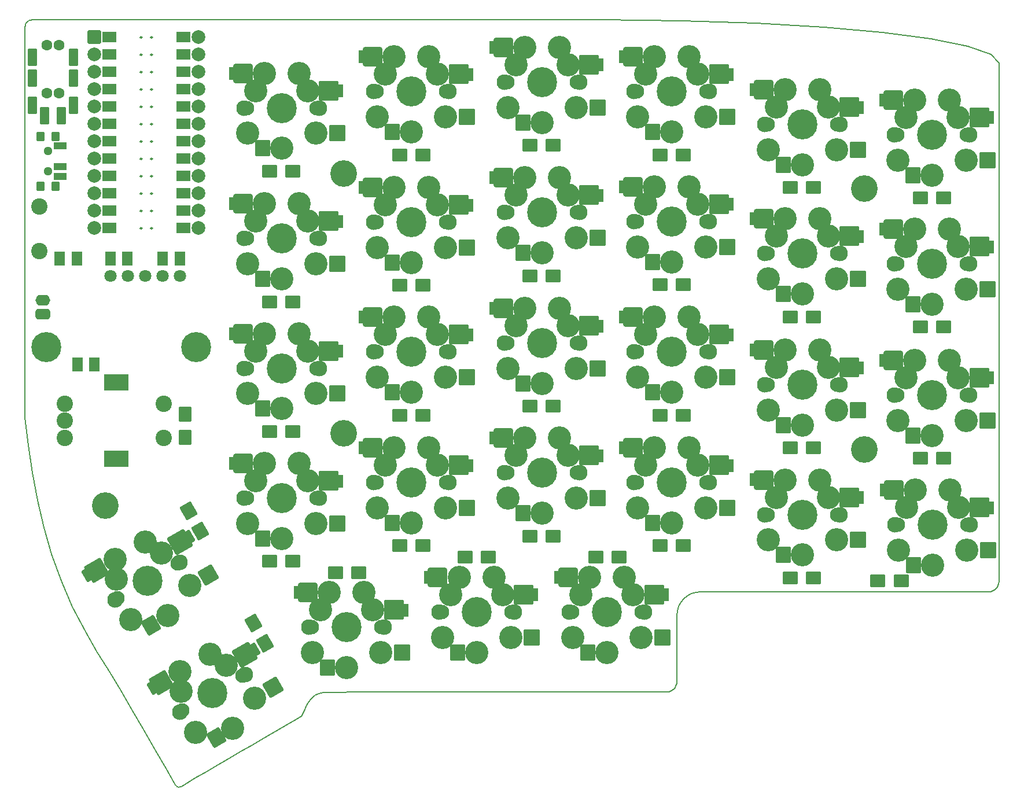
<source format=gts>
G04 #@! TF.GenerationSoftware,KiCad,Pcbnew,7.0.9*
G04 #@! TF.CreationDate,2023-12-23T03:50:24-05:00*
G04 #@! TF.ProjectId,Lily58_Pro,4c696c79-3538-45f5-9072-6f2e6b696361,rev?*
G04 #@! TF.SameCoordinates,Original*
G04 #@! TF.FileFunction,Soldermask,Top*
G04 #@! TF.FilePolarity,Negative*
%FSLAX46Y46*%
G04 Gerber Fmt 4.6, Leading zero omitted, Abs format (unit mm)*
G04 Created by KiCad (PCBNEW 7.0.9) date 2023-12-23 03:50:24*
%MOMM*%
%LPD*%
G01*
G04 APERTURE LIST*
G04 Aperture macros list*
%AMRoundRect*
0 Rectangle with rounded corners*
0 $1 Rounding radius*
0 $2 $3 $4 $5 $6 $7 $8 $9 X,Y pos of 4 corners*
0 Add a 4 corners polygon primitive as box body*
4,1,4,$2,$3,$4,$5,$6,$7,$8,$9,$2,$3,0*
0 Add four circle primitives for the rounded corners*
1,1,$1+$1,$2,$3*
1,1,$1+$1,$4,$5*
1,1,$1+$1,$6,$7*
1,1,$1+$1,$8,$9*
0 Add four rect primitives between the rounded corners*
20,1,$1+$1,$2,$3,$4,$5,0*
20,1,$1+$1,$4,$5,$6,$7,0*
20,1,$1+$1,$6,$7,$8,$9,0*
20,1,$1+$1,$8,$9,$2,$3,0*%
%AMFreePoly0*
4,1,22,0.686777,0.580194,0.756366,0.524698,0.794986,0.444504,0.800000,0.400000,0.800000,0.200000,0.780194,0.113223,0.741421,0.058579,0.141421,-0.541421,0.066056,-0.588777,-0.022393,-0.598742,-0.106406,-0.569345,-0.141421,-0.541421,-0.741421,0.058579,-0.788777,0.133944,-0.800000,0.200000,-0.800000,0.400000,-0.780194,0.486777,-0.724698,0.556366,-0.644504,0.594986,-0.600000,0.600000,
0.600000,0.600000,0.686777,0.580194,0.686777,0.580194,$1*%
%AMFreePoly1*
4,1,26,0.706406,1.169345,0.769345,1.106406,0.798742,1.022393,0.800000,1.000000,0.800000,-0.250000,0.780194,-0.336777,0.724698,-0.406366,0.644504,-0.444986,0.600000,-0.450000,-0.600000,-0.450000,-0.686777,-0.430194,-0.756366,-0.374698,-0.794986,-0.294504,-0.800000,-0.250000,-0.800000,1.000000,-0.780194,1.086777,-0.724698,1.156366,-0.644504,1.194986,-0.555496,1.194986,-0.475302,1.156366,
-0.458579,1.141421,0.000000,0.682842,0.458579,1.141421,0.533944,1.188777,0.622393,1.198742,0.706406,1.169345,0.706406,1.169345,$1*%
G04 Aperture macros list end*
%ADD10C,0.100000*%
%ADD11C,0.250000*%
%ADD12C,1.600000*%
%ADD13RoundRect,0.200000X-0.500000X-1.050000X0.500000X-1.050000X0.500000X1.050000X-0.500000X1.050000X0*%
%ADD14C,3.900000*%
%ADD15FreePoly0,180.000000*%
%ADD16FreePoly1,180.000000*%
%ADD17C,2.400000*%
%ADD18C,2.300000*%
%ADD19C,2.100000*%
%ADD20C,3.400000*%
%ADD21C,0.500000*%
%ADD22C,4.400000*%
%ADD23RoundRect,0.200000X-0.350000X-0.750000X0.350000X-0.750000X0.350000X0.750000X-0.350000X0.750000X0*%
%ADD24RoundRect,0.200000X1.200000X1.200000X-1.200000X1.200000X-1.200000X-1.200000X1.200000X-1.200000X0*%
%ADD25RoundRect,0.200000X1.000000X1.000000X-1.000000X1.000000X-1.000000X-1.000000X1.000000X-1.000000X0*%
%ADD26RoundRect,0.200000X0.900000X1.000000X-0.900000X1.000000X-0.900000X-1.000000X0.900000X-1.000000X0*%
%ADD27RoundRect,0.200000X-0.900000X-0.750000X0.900000X-0.750000X0.900000X0.750000X-0.900000X0.750000X0*%
%ADD28RoundRect,0.200000X1.250000X1.250000X-1.250000X1.250000X-1.250000X-1.250000X1.250000X-1.250000X0*%
%ADD29RoundRect,0.200000X0.071891X-0.824519X0.678109X-0.474519X-0.071891X0.824519X-0.678109X0.474519X0*%
%ADD30RoundRect,0.200000X0.439230X1.639230X-1.639230X0.439230X-0.439230X-1.639230X1.639230X-0.439230X0*%
%ADD31RoundRect,0.200000X0.366025X1.366025X-1.366025X0.366025X-0.366025X-1.366025X1.366025X-0.366025X0*%
%ADD32RoundRect,0.200000X0.279423X1.316025X-1.279423X0.416025X-0.279423X-1.316025X1.279423X-0.416025X0*%
%ADD33RoundRect,0.200000X0.457532X1.707532X-1.707532X0.457532X-0.457532X-1.707532X1.707532X-0.457532X0*%
%ADD34RoundRect,0.200000X-1.099519X0.404423X-0.199519X-1.154423X1.099519X-0.404423X0.199519X1.154423X0*%
%ADD35C,1.797000*%
%ADD36RoundRect,0.200000X-1.600000X-1.000000X1.600000X-1.000000X1.600000X1.000000X-1.600000X1.000000X0*%
%ADD37RoundRect,0.200000X-0.398780X0.497840X-0.398780X-0.497840X0.398780X-0.497840X0.398780X0.497840X0*%
%ADD38RoundRect,0.200000X-0.398780X0.499110X-0.398780X-0.499110X0.398780X-0.499110X0.398780X0.499110X0*%
%ADD39C,1.299160*%
%ADD40RoundRect,0.200000X-0.749300X0.349250X-0.749300X-0.349250X0.749300X-0.349250X0.749300X0.349250X0*%
%ADD41RoundRect,0.450000X0.625000X-0.350000X0.625000X0.350000X-0.625000X0.350000X-0.625000X-0.350000X0*%
%ADD42O,2.150000X1.600000*%
%ADD43C,2.000000*%
%ADD44RoundRect,0.200000X0.800000X-0.800000X0.800000X0.800000X-0.800000X0.800000X-0.800000X-0.800000X0*%
%ADD45FreePoly0,90.000000*%
%ADD46FreePoly0,270.000000*%
%ADD47FreePoly1,270.000000*%
%ADD48FreePoly1,90.000000*%
%ADD49RoundRect,0.200000X-0.750000X0.900000X-0.750000X-0.900000X0.750000X-0.900000X0.750000X0.900000X0*%
G04 #@! TA.AperFunction,Profile*
%ADD50C,0.200000*%
G04 #@! TD*
G04 #@! TA.AperFunction,Profile*
%ADD51C,0.150000*%
G04 #@! TD*
G04 APERTURE END LIST*
D10*
X103538000Y-72688380D02*
X102522000Y-72688380D01*
X102522000Y-71672380D01*
X103538000Y-71672380D01*
X103538000Y-72688380D01*
G36*
X103538000Y-72688380D02*
G01*
X102522000Y-72688380D01*
X102522000Y-71672380D01*
X103538000Y-71672380D01*
X103538000Y-72688380D01*
G37*
X98425000Y-72688380D02*
X97409000Y-72688380D01*
X97409000Y-71672380D01*
X98425000Y-71672380D01*
X98425000Y-72688380D01*
G36*
X98425000Y-72688380D02*
G01*
X97409000Y-72688380D01*
X97409000Y-71672380D01*
X98425000Y-71672380D01*
X98425000Y-72688380D01*
G37*
X95938000Y-72683449D02*
X94922000Y-72683449D01*
X94922000Y-71667449D01*
X95938000Y-71667449D01*
X95938000Y-72683449D01*
G36*
X95938000Y-72683449D02*
G01*
X94922000Y-72683449D01*
X94922000Y-71667449D01*
X95938000Y-71667449D01*
X95938000Y-72683449D01*
G37*
X106138000Y-72683449D02*
X105122000Y-72683449D01*
X105122000Y-71667449D01*
X106138000Y-71667449D01*
X106138000Y-72683449D01*
G36*
X106138000Y-72683449D02*
G01*
X105122000Y-72683449D01*
X105122000Y-71667449D01*
X106138000Y-71667449D01*
X106138000Y-72683449D01*
G37*
X88508000Y-72687000D02*
X87492000Y-72687000D01*
X87492000Y-71671000D01*
X88508000Y-71671000D01*
X88508000Y-72687000D01*
G36*
X88508000Y-72687000D02*
G01*
X87492000Y-72687000D01*
X87492000Y-71671000D01*
X88508000Y-71671000D01*
X88508000Y-72687000D01*
G37*
D11*
X100033295Y-39639730D02*
G75*
G03*
X100033295Y-39639730I-125000J0D01*
G01*
X100033295Y-42179730D02*
G75*
G03*
X100033295Y-42179730I-125000J0D01*
G01*
X100033295Y-44719730D02*
G75*
G03*
X100033295Y-44719730I-125000J0D01*
G01*
X100033295Y-47259730D02*
G75*
G03*
X100033295Y-47259730I-125000J0D01*
G01*
X100033295Y-49799730D02*
G75*
G03*
X100033295Y-49799730I-125000J0D01*
G01*
X100033295Y-52339730D02*
G75*
G03*
X100033295Y-52339730I-125000J0D01*
G01*
X100033295Y-54879730D02*
G75*
G03*
X100033295Y-54879730I-125000J0D01*
G01*
X100033295Y-57419730D02*
G75*
G03*
X100033295Y-57419730I-125000J0D01*
G01*
X100033295Y-59959730D02*
G75*
G03*
X100033295Y-59959730I-125000J0D01*
G01*
X100033295Y-62499730D02*
G75*
G03*
X100033295Y-62499730I-125000J0D01*
G01*
X100033295Y-65039730D02*
G75*
G03*
X100033295Y-65039730I-125000J0D01*
G01*
X100033295Y-67579730D02*
G75*
G03*
X100033295Y-67579730I-125000J0D01*
G01*
X101557295Y-39639730D02*
G75*
G03*
X101557295Y-39639730I-125000J0D01*
G01*
X101557295Y-42179730D02*
G75*
G03*
X101557295Y-42179730I-125000J0D01*
G01*
X101557295Y-44719730D02*
G75*
G03*
X101557295Y-44719730I-125000J0D01*
G01*
X101557295Y-47259730D02*
G75*
G03*
X101557295Y-47259730I-125000J0D01*
G01*
X101557295Y-49799730D02*
G75*
G03*
X101557295Y-49799730I-125000J0D01*
G01*
X101557295Y-52339730D02*
G75*
G03*
X101557295Y-52339730I-125000J0D01*
G01*
X101557295Y-54879730D02*
G75*
G03*
X101557295Y-54879730I-125000J0D01*
G01*
X101557295Y-57419730D02*
G75*
G03*
X101557295Y-57419730I-125000J0D01*
G01*
X101557295Y-59959730D02*
G75*
G03*
X101557295Y-59959730I-125000J0D01*
G01*
X101557295Y-62499730D02*
G75*
G03*
X101557295Y-62499730I-125000J0D01*
G01*
X101557295Y-65039730D02*
G75*
G03*
X101557295Y-65039730I-125000J0D01*
G01*
X101557295Y-67579730D02*
G75*
G03*
X101557295Y-67579730I-125000J0D01*
G01*
D10*
X95590295Y-40147730D02*
X94574295Y-40147730D01*
X94574295Y-39131730D01*
X95590295Y-39131730D01*
X95590295Y-40147730D01*
G36*
X95590295Y-40147730D02*
G01*
X94574295Y-40147730D01*
X94574295Y-39131730D01*
X95590295Y-39131730D01*
X95590295Y-40147730D01*
G37*
X95590295Y-42687730D02*
X94574295Y-42687730D01*
X94574295Y-41671730D01*
X95590295Y-41671730D01*
X95590295Y-42687730D01*
G36*
X95590295Y-42687730D02*
G01*
X94574295Y-42687730D01*
X94574295Y-41671730D01*
X95590295Y-41671730D01*
X95590295Y-42687730D01*
G37*
X95590295Y-45227730D02*
X94574295Y-45227730D01*
X94574295Y-44211730D01*
X95590295Y-44211730D01*
X95590295Y-45227730D01*
G36*
X95590295Y-45227730D02*
G01*
X94574295Y-45227730D01*
X94574295Y-44211730D01*
X95590295Y-44211730D01*
X95590295Y-45227730D01*
G37*
X95590295Y-47767730D02*
X94574295Y-47767730D01*
X94574295Y-46751730D01*
X95590295Y-46751730D01*
X95590295Y-47767730D01*
G36*
X95590295Y-47767730D02*
G01*
X94574295Y-47767730D01*
X94574295Y-46751730D01*
X95590295Y-46751730D01*
X95590295Y-47767730D01*
G37*
X95590295Y-50307730D02*
X94574295Y-50307730D01*
X94574295Y-49291730D01*
X95590295Y-49291730D01*
X95590295Y-50307730D01*
G36*
X95590295Y-50307730D02*
G01*
X94574295Y-50307730D01*
X94574295Y-49291730D01*
X95590295Y-49291730D01*
X95590295Y-50307730D01*
G37*
X95590295Y-52847730D02*
X94574295Y-52847730D01*
X94574295Y-51831730D01*
X95590295Y-51831730D01*
X95590295Y-52847730D01*
G36*
X95590295Y-52847730D02*
G01*
X94574295Y-52847730D01*
X94574295Y-51831730D01*
X95590295Y-51831730D01*
X95590295Y-52847730D01*
G37*
X95590295Y-55387730D02*
X94574295Y-55387730D01*
X94574295Y-54371730D01*
X95590295Y-54371730D01*
X95590295Y-55387730D01*
G36*
X95590295Y-55387730D02*
G01*
X94574295Y-55387730D01*
X94574295Y-54371730D01*
X95590295Y-54371730D01*
X95590295Y-55387730D01*
G37*
X95590295Y-57927730D02*
X94574295Y-57927730D01*
X94574295Y-56911730D01*
X95590295Y-56911730D01*
X95590295Y-57927730D01*
G36*
X95590295Y-57927730D02*
G01*
X94574295Y-57927730D01*
X94574295Y-56911730D01*
X95590295Y-56911730D01*
X95590295Y-57927730D01*
G37*
X95590295Y-60467730D02*
X94574295Y-60467730D01*
X94574295Y-59451730D01*
X95590295Y-59451730D01*
X95590295Y-60467730D01*
G36*
X95590295Y-60467730D02*
G01*
X94574295Y-60467730D01*
X94574295Y-59451730D01*
X95590295Y-59451730D01*
X95590295Y-60467730D01*
G37*
X95590295Y-63007730D02*
X94574295Y-63007730D01*
X94574295Y-61991730D01*
X95590295Y-61991730D01*
X95590295Y-63007730D01*
G36*
X95590295Y-63007730D02*
G01*
X94574295Y-63007730D01*
X94574295Y-61991730D01*
X95590295Y-61991730D01*
X95590295Y-63007730D01*
G37*
X95590295Y-65547730D02*
X94574295Y-65547730D01*
X94574295Y-64531730D01*
X95590295Y-64531730D01*
X95590295Y-65547730D01*
G36*
X95590295Y-65547730D02*
G01*
X94574295Y-65547730D01*
X94574295Y-64531730D01*
X95590295Y-64531730D01*
X95590295Y-65547730D01*
G37*
X95590295Y-68087730D02*
X94574295Y-68087730D01*
X94574295Y-67071730D01*
X95590295Y-67071730D01*
X95590295Y-68087730D01*
G36*
X95590295Y-68087730D02*
G01*
X94574295Y-68087730D01*
X94574295Y-67071730D01*
X95590295Y-67071730D01*
X95590295Y-68087730D01*
G37*
X106766295Y-40147730D02*
X105750295Y-40147730D01*
X105750295Y-39131730D01*
X106766295Y-39131730D01*
X106766295Y-40147730D01*
G36*
X106766295Y-40147730D02*
G01*
X105750295Y-40147730D01*
X105750295Y-39131730D01*
X106766295Y-39131730D01*
X106766295Y-40147730D01*
G37*
X106766295Y-42687730D02*
X105750295Y-42687730D01*
X105750295Y-41671730D01*
X106766295Y-41671730D01*
X106766295Y-42687730D01*
G36*
X106766295Y-42687730D02*
G01*
X105750295Y-42687730D01*
X105750295Y-41671730D01*
X106766295Y-41671730D01*
X106766295Y-42687730D01*
G37*
X106766295Y-45227730D02*
X105750295Y-45227730D01*
X105750295Y-44211730D01*
X106766295Y-44211730D01*
X106766295Y-45227730D01*
G36*
X106766295Y-45227730D02*
G01*
X105750295Y-45227730D01*
X105750295Y-44211730D01*
X106766295Y-44211730D01*
X106766295Y-45227730D01*
G37*
X106766295Y-47767730D02*
X105750295Y-47767730D01*
X105750295Y-46751730D01*
X106766295Y-46751730D01*
X106766295Y-47767730D01*
G36*
X106766295Y-47767730D02*
G01*
X105750295Y-47767730D01*
X105750295Y-46751730D01*
X106766295Y-46751730D01*
X106766295Y-47767730D01*
G37*
X106766295Y-50307730D02*
X105750295Y-50307730D01*
X105750295Y-49291730D01*
X106766295Y-49291730D01*
X106766295Y-50307730D01*
G36*
X106766295Y-50307730D02*
G01*
X105750295Y-50307730D01*
X105750295Y-49291730D01*
X106766295Y-49291730D01*
X106766295Y-50307730D01*
G37*
X106766295Y-52847730D02*
X105750295Y-52847730D01*
X105750295Y-51831730D01*
X106766295Y-51831730D01*
X106766295Y-52847730D01*
G36*
X106766295Y-52847730D02*
G01*
X105750295Y-52847730D01*
X105750295Y-51831730D01*
X106766295Y-51831730D01*
X106766295Y-52847730D01*
G37*
X106766295Y-55387730D02*
X105750295Y-55387730D01*
X105750295Y-54371730D01*
X106766295Y-54371730D01*
X106766295Y-55387730D01*
G36*
X106766295Y-55387730D02*
G01*
X105750295Y-55387730D01*
X105750295Y-54371730D01*
X106766295Y-54371730D01*
X106766295Y-55387730D01*
G37*
X106766295Y-57927730D02*
X105750295Y-57927730D01*
X105750295Y-56911730D01*
X106766295Y-56911730D01*
X106766295Y-57927730D01*
G36*
X106766295Y-57927730D02*
G01*
X105750295Y-57927730D01*
X105750295Y-56911730D01*
X106766295Y-56911730D01*
X106766295Y-57927730D01*
G37*
X106766295Y-60467730D02*
X105750295Y-60467730D01*
X105750295Y-59451730D01*
X106766295Y-59451730D01*
X106766295Y-60467730D01*
G36*
X106766295Y-60467730D02*
G01*
X105750295Y-60467730D01*
X105750295Y-59451730D01*
X106766295Y-59451730D01*
X106766295Y-60467730D01*
G37*
X106766295Y-63007730D02*
X105750295Y-63007730D01*
X105750295Y-61991730D01*
X106766295Y-61991730D01*
X106766295Y-63007730D01*
G36*
X106766295Y-63007730D02*
G01*
X105750295Y-63007730D01*
X105750295Y-61991730D01*
X106766295Y-61991730D01*
X106766295Y-63007730D01*
G37*
X106766295Y-65547730D02*
X105750295Y-65547730D01*
X105750295Y-64531730D01*
X106766295Y-64531730D01*
X106766295Y-65547730D01*
G36*
X106766295Y-65547730D02*
G01*
X105750295Y-65547730D01*
X105750295Y-64531730D01*
X106766295Y-64531730D01*
X106766295Y-65547730D01*
G37*
X106766295Y-68087730D02*
X105750295Y-68087730D01*
X105750295Y-67071730D01*
X106766295Y-67071730D01*
X106766295Y-68087730D01*
G36*
X106766295Y-68087730D02*
G01*
X105750295Y-68087730D01*
X105750295Y-67071730D01*
X106766295Y-67071730D01*
X106766295Y-68087730D01*
G37*
X91121000Y-88170001D02*
X90105000Y-88170001D01*
X90105000Y-87154001D01*
X91121000Y-87154001D01*
X91121000Y-88170001D01*
G36*
X91121000Y-88170001D02*
G01*
X90105000Y-88170001D01*
X90105000Y-87154001D01*
X91121000Y-87154001D01*
X91121000Y-88170001D01*
G37*
X91008000Y-72675375D02*
X89992000Y-72675375D01*
X89992000Y-71659375D01*
X91008000Y-71659375D01*
X91008000Y-72675375D01*
G36*
X91008000Y-72675375D02*
G01*
X89992000Y-72675375D01*
X89992000Y-71659375D01*
X91008000Y-71659375D01*
X91008000Y-72675375D01*
G37*
X93608000Y-88170000D02*
X92592000Y-88170000D01*
X92592000Y-87154000D01*
X93608000Y-87154000D01*
X93608000Y-88170000D01*
G36*
X93608000Y-88170000D02*
G01*
X92592000Y-88170000D01*
X92592000Y-87154000D01*
X93608000Y-87154000D01*
X93608000Y-88170000D01*
G37*
D12*
X86150000Y-40800000D03*
X86150000Y-47800000D03*
X87900000Y-40800000D03*
X87900000Y-47800000D03*
D13*
X84050000Y-49600000D03*
X90000000Y-49600000D03*
X84050000Y-45600000D03*
X90000000Y-45600000D03*
X84050000Y-42600000D03*
X90000000Y-42600000D03*
X85800000Y-51100000D03*
X88250000Y-51100000D03*
D14*
X129600000Y-59600000D03*
X205800000Y-61800000D03*
X129600000Y-97600000D03*
X205800000Y-100000000D03*
X94643000Y-108204000D03*
D15*
X103030000Y-72434380D03*
D16*
X103030000Y-71418380D03*
D15*
X97917000Y-72434380D03*
D16*
X97917000Y-71418380D03*
D17*
X85000000Y-70950000D03*
X85000000Y-64450000D03*
D18*
X115000000Y-50000000D03*
D19*
X115420000Y-50000000D03*
D20*
X115500000Y-53700000D03*
D21*
X116675000Y-47420000D03*
D20*
X116690000Y-47459999D03*
X117960000Y-44920000D03*
D22*
X120500000Y-50000000D03*
D20*
X120500000Y-55900000D03*
X123040000Y-44920000D03*
X124310000Y-47460000D03*
X124310000Y-47460000D03*
D21*
X124325000Y-47420000D03*
D20*
X125500000Y-53700000D03*
D19*
X125580000Y-50000000D03*
D18*
X126000000Y-50000000D03*
D23*
X113300000Y-44900000D03*
D24*
X114800000Y-44920000D03*
D25*
X128600000Y-53700000D03*
D26*
X117700000Y-55900000D03*
D27*
X122150000Y-59250000D03*
D28*
X127400000Y-47459999D03*
D23*
X129000000Y-47500000D03*
D27*
X118750000Y-59250000D03*
D18*
X134000000Y-47600000D03*
D19*
X134420000Y-47600000D03*
D20*
X134500000Y-51300000D03*
D21*
X135675000Y-45020000D03*
D20*
X135690000Y-45059999D03*
X136960000Y-42520000D03*
D22*
X139500000Y-47600000D03*
D20*
X139500000Y-53500000D03*
X142040000Y-42520000D03*
X143310000Y-45060000D03*
X143310000Y-45060000D03*
D21*
X143325000Y-45020000D03*
D20*
X144500000Y-51300000D03*
D19*
X144580000Y-47600000D03*
D18*
X145000000Y-47600000D03*
D23*
X132300000Y-42500000D03*
D24*
X133800000Y-42520000D03*
D25*
X147600000Y-51300000D03*
D26*
X136700000Y-53500000D03*
D27*
X141150000Y-56850000D03*
D28*
X146400000Y-45059999D03*
D23*
X148000000Y-45100000D03*
D27*
X137750000Y-56850000D03*
D18*
X153100000Y-46210000D03*
D19*
X153520000Y-46210000D03*
D20*
X153600000Y-49910000D03*
D21*
X154775000Y-43630000D03*
D20*
X154790000Y-43669999D03*
X156060000Y-41130000D03*
D22*
X158600000Y-46210000D03*
D20*
X158600000Y-52110000D03*
X161140000Y-41130000D03*
X162410000Y-43670000D03*
X162410000Y-43670000D03*
D21*
X162425000Y-43630000D03*
D20*
X163600000Y-49910000D03*
D19*
X163680000Y-46210000D03*
D18*
X164100000Y-46210000D03*
D23*
X151400000Y-41110000D03*
D24*
X152900000Y-41130000D03*
D25*
X166700000Y-49910000D03*
D26*
X155800000Y-52110000D03*
D27*
X160250000Y-55460000D03*
D28*
X165500000Y-43669999D03*
D23*
X167100000Y-43710000D03*
D27*
X156850000Y-55460000D03*
D18*
X172100000Y-47600000D03*
D19*
X172520000Y-47600000D03*
D20*
X172600000Y-51300000D03*
D21*
X173775000Y-45020000D03*
D20*
X173790000Y-45059999D03*
X175060000Y-42520000D03*
D22*
X177600000Y-47600000D03*
D20*
X177600000Y-53500000D03*
X180140000Y-42520000D03*
X181410000Y-45060000D03*
X181410000Y-45060000D03*
D21*
X181425000Y-45020000D03*
D20*
X182600000Y-51300000D03*
D19*
X182680000Y-47600000D03*
D18*
X183100000Y-47600000D03*
D23*
X170400000Y-42500000D03*
D24*
X171900000Y-42520000D03*
D25*
X185700000Y-51300000D03*
D26*
X174800000Y-53500000D03*
D27*
X179250000Y-56850000D03*
D28*
X184500000Y-45059999D03*
D23*
X186100000Y-45100000D03*
D27*
X175850000Y-56850000D03*
D18*
X191200000Y-52400000D03*
D19*
X191620000Y-52400000D03*
D20*
X191700000Y-56100000D03*
D21*
X192875000Y-49820000D03*
D20*
X192890000Y-49859999D03*
X194160000Y-47320000D03*
D22*
X196700000Y-52400000D03*
D20*
X196700000Y-58300000D03*
X199240000Y-47320000D03*
X200510000Y-49860000D03*
X200510000Y-49860000D03*
D21*
X200525000Y-49820000D03*
D20*
X201700000Y-56100000D03*
D19*
X201780000Y-52400000D03*
D18*
X202200000Y-52400000D03*
D23*
X189500000Y-47300000D03*
D24*
X191000000Y-47320000D03*
D25*
X204800000Y-56100000D03*
D26*
X193900000Y-58300000D03*
D27*
X198350000Y-61650000D03*
D28*
X203600000Y-49859999D03*
D23*
X205200000Y-49900000D03*
D27*
X194950000Y-61650000D03*
D18*
X210200000Y-53900000D03*
D19*
X210620000Y-53900000D03*
D20*
X210700000Y-57600000D03*
D21*
X211875000Y-51320000D03*
D20*
X211890000Y-51359999D03*
X213160000Y-48820000D03*
D22*
X215700000Y-53900000D03*
D20*
X215700000Y-59800000D03*
X218240000Y-48820000D03*
X219510000Y-51360000D03*
X219510000Y-51360000D03*
D21*
X219525000Y-51320000D03*
D20*
X220700000Y-57600000D03*
D19*
X220780000Y-53900000D03*
D18*
X221200000Y-53900000D03*
D23*
X208500000Y-48800000D03*
D24*
X210000000Y-48820000D03*
D25*
X223800000Y-57600000D03*
D26*
X212900000Y-59800000D03*
D27*
X217350000Y-63150000D03*
D28*
X222600000Y-51359999D03*
D23*
X224200000Y-51400000D03*
D27*
X213950000Y-63150000D03*
D18*
X115000000Y-69100000D03*
D19*
X115420000Y-69100000D03*
D20*
X115500000Y-72800000D03*
D21*
X116675000Y-66520000D03*
D20*
X116690000Y-66559999D03*
X117960000Y-64020000D03*
D22*
X120500000Y-69100000D03*
D20*
X120500000Y-75000000D03*
X123040000Y-64020000D03*
X124310000Y-66560000D03*
X124310000Y-66560000D03*
D21*
X124325000Y-66520000D03*
D20*
X125500000Y-72800000D03*
D19*
X125580000Y-69100000D03*
D18*
X126000000Y-69100000D03*
D23*
X113300000Y-64000000D03*
D24*
X114800000Y-64020000D03*
D25*
X128600000Y-72800000D03*
D26*
X117700000Y-75000000D03*
D27*
X122150000Y-78350000D03*
D28*
X127400000Y-66559999D03*
D23*
X129000000Y-66600000D03*
D27*
X118750000Y-78350000D03*
D18*
X134000000Y-66700000D03*
D19*
X134420000Y-66700000D03*
D20*
X134500000Y-70400000D03*
D21*
X135675000Y-64120000D03*
D20*
X135690000Y-64159999D03*
X136960000Y-61620000D03*
D22*
X139500000Y-66700000D03*
D20*
X139500000Y-72600000D03*
X142040000Y-61620000D03*
X143310000Y-64160000D03*
X143310000Y-64160000D03*
D21*
X143325000Y-64120000D03*
D20*
X144500000Y-70400000D03*
D19*
X144580000Y-66700000D03*
D18*
X145000000Y-66700000D03*
D23*
X132300000Y-61600000D03*
D24*
X133800000Y-61620000D03*
D25*
X147600000Y-70400000D03*
D26*
X136700000Y-72600000D03*
D27*
X141150000Y-75950000D03*
D28*
X146400000Y-64159999D03*
D23*
X148000000Y-64200000D03*
D27*
X137750000Y-75950000D03*
D18*
X153100000Y-65300000D03*
D19*
X153520000Y-65300000D03*
D20*
X153600000Y-69000000D03*
D21*
X154775000Y-62720000D03*
D20*
X154790000Y-62759999D03*
X156060000Y-60220000D03*
D22*
X158600000Y-65300000D03*
D20*
X158600000Y-71200000D03*
X161140000Y-60220000D03*
X162410000Y-62760000D03*
X162410000Y-62760000D03*
D21*
X162425000Y-62720000D03*
D20*
X163600000Y-69000000D03*
D19*
X163680000Y-65300000D03*
D18*
X164100000Y-65300000D03*
D23*
X151400000Y-60200000D03*
D24*
X152900000Y-60220000D03*
D25*
X166700000Y-69000000D03*
D26*
X155800000Y-71200000D03*
D27*
X160250000Y-74550000D03*
D28*
X165500000Y-62759999D03*
D23*
X167100000Y-62800000D03*
D27*
X156850000Y-74550000D03*
D18*
X172100000Y-66600000D03*
D19*
X172520000Y-66600000D03*
D20*
X172600000Y-70300000D03*
D21*
X173775000Y-64020000D03*
D20*
X173790000Y-64059999D03*
X175060000Y-61520000D03*
D22*
X177600000Y-66600000D03*
D20*
X177600000Y-72500000D03*
X180140000Y-61520000D03*
X181410000Y-64060000D03*
X181410000Y-64060000D03*
D21*
X181425000Y-64020000D03*
D20*
X182600000Y-70300000D03*
D19*
X182680000Y-66600000D03*
D18*
X183100000Y-66600000D03*
D23*
X170400000Y-61500000D03*
D24*
X171900000Y-61520000D03*
D25*
X185700000Y-70300000D03*
D26*
X174800000Y-72500000D03*
D27*
X179250000Y-75850000D03*
D28*
X184500000Y-64059999D03*
D23*
X186100000Y-64100000D03*
D27*
X175850000Y-75850000D03*
D18*
X191200000Y-71300000D03*
D19*
X191620000Y-71300000D03*
D20*
X191700000Y-75000000D03*
D21*
X192875000Y-68720000D03*
D20*
X192890000Y-68759999D03*
X194160000Y-66220000D03*
D22*
X196700000Y-71300000D03*
D20*
X196700000Y-77200000D03*
X199240000Y-66220000D03*
X200510000Y-68760000D03*
X200510000Y-68760000D03*
D21*
X200525000Y-68720000D03*
D20*
X201700000Y-75000000D03*
D19*
X201780000Y-71300000D03*
D18*
X202200000Y-71300000D03*
D23*
X189500000Y-66200000D03*
D24*
X191000000Y-66220000D03*
D25*
X204800000Y-75000000D03*
D26*
X193900000Y-77200000D03*
D27*
X198350000Y-80550000D03*
D28*
X203600000Y-68759999D03*
D23*
X205200000Y-68800000D03*
D27*
X194950000Y-80550000D03*
D18*
X210200000Y-72800000D03*
D19*
X210620000Y-72800000D03*
D20*
X210700000Y-76500000D03*
D21*
X211875000Y-70220000D03*
D20*
X211890000Y-70259999D03*
X213160000Y-67720000D03*
D22*
X215700000Y-72800000D03*
D20*
X215700000Y-78700000D03*
X218240000Y-67720000D03*
X219510000Y-70260000D03*
X219510000Y-70260000D03*
D21*
X219525000Y-70220000D03*
D20*
X220700000Y-76500000D03*
D19*
X220780000Y-72800000D03*
D18*
X221200000Y-72800000D03*
D23*
X208500000Y-67700000D03*
D24*
X210000000Y-67720000D03*
D25*
X223800000Y-76500000D03*
D26*
X212900000Y-78700000D03*
D27*
X217350000Y-82050000D03*
D28*
X222600000Y-70259999D03*
D23*
X224200000Y-70300000D03*
D27*
X213950000Y-82050000D03*
D18*
X115000000Y-88100000D03*
D19*
X115420000Y-88100000D03*
D20*
X115500000Y-91800000D03*
D21*
X116675000Y-85520000D03*
D20*
X116690000Y-85559999D03*
X117960000Y-83020000D03*
D22*
X120500000Y-88100000D03*
D20*
X120500000Y-94000000D03*
X123040000Y-83020000D03*
X124310000Y-85560000D03*
X124310000Y-85560000D03*
D21*
X124325000Y-85520000D03*
D20*
X125500000Y-91800000D03*
D19*
X125580000Y-88100000D03*
D18*
X126000000Y-88100000D03*
D23*
X113300000Y-83000000D03*
D24*
X114800000Y-83020000D03*
D25*
X128600000Y-91800000D03*
D26*
X117700000Y-94000000D03*
D27*
X122150000Y-97350000D03*
D28*
X127400000Y-85559999D03*
D23*
X129000000Y-85600000D03*
D27*
X118750000Y-97350000D03*
D18*
X134000000Y-85700000D03*
D19*
X134420000Y-85700000D03*
D20*
X134500000Y-89400000D03*
D21*
X135675000Y-83120000D03*
D20*
X135690000Y-83159999D03*
X136960000Y-80620000D03*
D22*
X139500000Y-85700000D03*
D20*
X139500000Y-91600000D03*
X142040000Y-80620000D03*
X143310000Y-83160000D03*
X143310000Y-83160000D03*
D21*
X143325000Y-83120000D03*
D20*
X144500000Y-89400000D03*
D19*
X144580000Y-85700000D03*
D18*
X145000000Y-85700000D03*
D23*
X132300000Y-80600000D03*
D24*
X133800000Y-80620000D03*
D25*
X147600000Y-89400000D03*
D26*
X136700000Y-91600000D03*
D27*
X141150000Y-94950000D03*
D28*
X146400000Y-83159999D03*
D23*
X148000000Y-83200000D03*
D27*
X137750000Y-94950000D03*
D18*
X153100000Y-84400000D03*
D19*
X153520000Y-84400000D03*
D20*
X153600000Y-88100000D03*
D21*
X154775000Y-81820000D03*
D20*
X154790000Y-81859999D03*
X156060000Y-79320000D03*
D22*
X158600000Y-84400000D03*
D20*
X158600000Y-90300000D03*
X161140000Y-79320000D03*
X162410000Y-81860000D03*
X162410000Y-81860000D03*
D21*
X162425000Y-81820000D03*
D20*
X163600000Y-88100000D03*
D19*
X163680000Y-84400000D03*
D18*
X164100000Y-84400000D03*
D23*
X151400000Y-79300000D03*
D24*
X152900000Y-79320000D03*
D25*
X166700000Y-88100000D03*
D26*
X155800000Y-90300000D03*
D27*
X160250000Y-93650000D03*
D28*
X165500000Y-81859999D03*
D23*
X167100000Y-81900000D03*
D27*
X156850000Y-93650000D03*
D18*
X172100000Y-85700000D03*
D19*
X172520000Y-85700000D03*
D20*
X172600000Y-89400000D03*
D21*
X173775000Y-83120000D03*
D20*
X173790000Y-83159999D03*
X175060000Y-80620000D03*
D22*
X177600000Y-85700000D03*
D20*
X177600000Y-91600000D03*
X180140000Y-80620000D03*
X181410000Y-83160000D03*
X181410000Y-83160000D03*
D21*
X181425000Y-83120000D03*
D20*
X182600000Y-89400000D03*
D19*
X182680000Y-85700000D03*
D18*
X183100000Y-85700000D03*
D23*
X170400000Y-80600000D03*
D24*
X171900000Y-80620000D03*
D25*
X185700000Y-89400000D03*
D26*
X174800000Y-91600000D03*
D27*
X179250000Y-94950000D03*
D28*
X184500000Y-83159999D03*
D23*
X186100000Y-83200000D03*
D27*
X175850000Y-94950000D03*
D18*
X191200000Y-90500000D03*
D19*
X191620000Y-90500000D03*
D20*
X191700000Y-94200000D03*
D21*
X192875000Y-87920000D03*
D20*
X192890000Y-87959999D03*
X194160000Y-85420000D03*
D22*
X196700000Y-90500000D03*
D20*
X196700000Y-96400000D03*
X199240000Y-85420000D03*
X200510000Y-87960000D03*
X200510000Y-87960000D03*
D21*
X200525000Y-87920000D03*
D20*
X201700000Y-94200000D03*
D19*
X201780000Y-90500000D03*
D18*
X202200000Y-90500000D03*
D23*
X189500000Y-85400000D03*
D24*
X191000000Y-85420000D03*
D25*
X204800000Y-94200000D03*
D26*
X193900000Y-96400000D03*
D27*
X198350000Y-99750000D03*
D28*
X203600000Y-87959999D03*
D23*
X205200000Y-88000000D03*
D27*
X194950000Y-99750000D03*
D18*
X210200000Y-92000000D03*
D19*
X210620000Y-92000000D03*
D20*
X210700000Y-95700000D03*
D21*
X211875000Y-89420000D03*
D20*
X211890000Y-89459999D03*
X213160000Y-86920000D03*
D22*
X215700000Y-92000000D03*
D20*
X215700000Y-97900000D03*
X218240000Y-86920000D03*
X219510000Y-89460000D03*
X219510000Y-89460000D03*
D21*
X219525000Y-89420000D03*
D20*
X220700000Y-95700000D03*
D19*
X220780000Y-92000000D03*
D18*
X221200000Y-92000000D03*
D23*
X208500000Y-86900000D03*
D24*
X210000000Y-86920000D03*
D25*
X223800000Y-95700000D03*
D26*
X212900000Y-97900000D03*
D27*
X217350000Y-101250000D03*
D28*
X222600000Y-89459999D03*
D23*
X224200000Y-89500000D03*
D27*
X213950000Y-101250000D03*
D18*
X115000000Y-107100000D03*
D19*
X115420000Y-107100000D03*
D20*
X115500000Y-110800000D03*
D21*
X116675000Y-104520000D03*
D20*
X116690000Y-104559999D03*
X117960000Y-102020000D03*
D22*
X120500000Y-107100000D03*
D20*
X120500000Y-113000000D03*
X123040000Y-102020000D03*
X124310000Y-104560000D03*
X124310000Y-104560000D03*
D21*
X124325000Y-104520000D03*
D20*
X125500000Y-110800000D03*
D19*
X125580000Y-107100000D03*
D18*
X126000000Y-107100000D03*
D23*
X113300000Y-102000000D03*
D24*
X114800000Y-102020000D03*
D25*
X128600000Y-110800000D03*
D26*
X117700000Y-113000000D03*
D27*
X122150000Y-116350000D03*
D28*
X127400000Y-104559999D03*
D23*
X129000000Y-104600000D03*
D27*
X118750000Y-116350000D03*
D18*
X134000000Y-104800000D03*
D19*
X134420000Y-104800000D03*
D20*
X134500000Y-108500000D03*
D21*
X135675000Y-102220000D03*
D20*
X135690000Y-102259999D03*
X136960000Y-99720000D03*
D22*
X139500000Y-104800000D03*
D20*
X139500000Y-110700000D03*
X142040000Y-99720000D03*
X143310000Y-102260000D03*
X143310000Y-102260000D03*
D21*
X143325000Y-102220000D03*
D20*
X144500000Y-108500000D03*
D19*
X144580000Y-104800000D03*
D18*
X145000000Y-104800000D03*
D23*
X132300000Y-99700000D03*
D24*
X133800000Y-99720000D03*
D25*
X147600000Y-108500000D03*
D26*
X136700000Y-110700000D03*
D27*
X141150000Y-114050000D03*
D28*
X146400000Y-102259999D03*
D23*
X148000000Y-102300000D03*
D27*
X137750000Y-114050000D03*
D18*
X153100000Y-103400000D03*
D19*
X153520000Y-103400000D03*
D20*
X153600000Y-107100000D03*
D21*
X154775000Y-100820000D03*
D20*
X154790000Y-100859999D03*
X156060000Y-98320000D03*
D22*
X158600000Y-103400000D03*
D20*
X158600000Y-109300000D03*
X161140000Y-98320000D03*
X162410000Y-100860000D03*
X162410000Y-100860000D03*
D21*
X162425000Y-100820000D03*
D20*
X163600000Y-107100000D03*
D19*
X163680000Y-103400000D03*
D18*
X164100000Y-103400000D03*
D23*
X151400000Y-98300000D03*
D24*
X152900000Y-98320000D03*
D25*
X166700000Y-107100000D03*
D26*
X155800000Y-109300000D03*
D27*
X160250000Y-112650000D03*
D28*
X165500000Y-100859999D03*
D23*
X167100000Y-100900000D03*
D27*
X156850000Y-112650000D03*
D18*
X172100000Y-104800000D03*
D19*
X172520000Y-104800000D03*
D20*
X172600000Y-108500000D03*
D21*
X173775000Y-102220000D03*
D20*
X173790000Y-102259999D03*
X175060000Y-99720000D03*
D22*
X177600000Y-104800000D03*
D20*
X177600000Y-110700000D03*
X180140000Y-99720000D03*
X181410000Y-102260000D03*
X181410000Y-102260000D03*
D21*
X181425000Y-102220000D03*
D20*
X182600000Y-108500000D03*
D19*
X182680000Y-104800000D03*
D18*
X183100000Y-104800000D03*
D23*
X170400000Y-99700000D03*
D24*
X171900000Y-99720000D03*
D25*
X185700000Y-108500000D03*
D26*
X174800000Y-110700000D03*
D27*
X179250000Y-114050000D03*
D28*
X184500000Y-102259999D03*
D23*
X186100000Y-102300000D03*
D27*
X175850000Y-114050000D03*
D18*
X191200000Y-109500000D03*
D19*
X191620000Y-109500000D03*
D20*
X191700000Y-113200000D03*
D21*
X192875000Y-106920000D03*
D20*
X192890000Y-106959999D03*
X194160000Y-104420000D03*
D22*
X196700000Y-109500000D03*
D20*
X196700000Y-115400000D03*
X199240000Y-104420000D03*
X200510000Y-106960000D03*
X200510000Y-106960000D03*
D21*
X200525000Y-106920000D03*
D20*
X201700000Y-113200000D03*
D19*
X201780000Y-109500000D03*
D18*
X202200000Y-109500000D03*
D23*
X189500000Y-104400000D03*
D24*
X191000000Y-104420000D03*
D25*
X204800000Y-113200000D03*
D26*
X193900000Y-115400000D03*
D27*
X198350000Y-118750000D03*
D28*
X203600000Y-106959999D03*
D23*
X205200000Y-107000000D03*
D27*
X194950000Y-118750000D03*
D18*
X210250000Y-111000000D03*
D19*
X210670000Y-111000000D03*
D20*
X210750000Y-114700000D03*
D21*
X211925000Y-108420000D03*
D20*
X211940000Y-108459999D03*
X213210000Y-105920000D03*
D22*
X215750000Y-111000000D03*
D20*
X215750000Y-116900000D03*
X218290000Y-105920000D03*
X219560000Y-108460000D03*
X219560000Y-108460000D03*
D21*
X219575000Y-108420000D03*
D20*
X220750000Y-114700000D03*
D19*
X220830000Y-111000000D03*
D18*
X221250000Y-111000000D03*
D23*
X208550000Y-105900000D03*
D24*
X210050000Y-105920000D03*
D25*
X223850000Y-114700000D03*
D27*
X211150000Y-119200000D03*
D26*
X212950000Y-116900000D03*
D28*
X222650000Y-108459999D03*
D23*
X224250000Y-108500000D03*
D27*
X207750000Y-119200000D03*
D18*
X96107777Y-121946557D03*
D19*
X96471508Y-121736557D03*
D20*
X98390790Y-124900851D03*
D21*
X96268370Y-118874711D03*
D20*
X96301360Y-118901852D03*
X96131212Y-116067148D03*
D22*
X100870917Y-119196557D03*
D20*
X103820917Y-124306107D03*
X100530622Y-113527148D03*
X102900474Y-115091852D03*
X102900474Y-115091852D03*
D21*
X102893464Y-115049711D03*
D20*
X107051044Y-119900851D03*
D19*
X105270326Y-116656557D03*
D18*
X105634057Y-116446557D03*
D29*
X92085534Y-118379827D03*
D30*
X93394572Y-117647148D03*
D31*
X109735723Y-118350851D03*
D32*
X101396046Y-125706107D03*
D33*
X105576492Y-113546852D03*
D29*
X106982133Y-112781493D03*
D34*
X108540979Y-111881493D03*
X106840979Y-108937007D03*
D18*
X105607777Y-138401039D03*
D19*
X105971508Y-138191039D03*
D20*
X107890790Y-141355333D03*
D21*
X105768370Y-135329193D03*
D20*
X105801360Y-135356334D03*
X105631212Y-132521630D03*
D22*
X110370917Y-135651039D03*
D20*
X113320917Y-140760589D03*
X110030622Y-129981630D03*
X112400474Y-131546334D03*
X112400474Y-131546334D03*
D21*
X112393464Y-131504193D03*
D20*
X116551044Y-136355333D03*
D19*
X114770326Y-133111039D03*
D18*
X115134057Y-132901039D03*
D29*
X101585534Y-134834309D03*
D30*
X102894572Y-134101630D03*
D31*
X119235723Y-134805333D03*
D32*
X110896046Y-142160589D03*
D33*
X115076492Y-130001334D03*
D29*
X116482133Y-129235975D03*
D34*
X118040979Y-128335975D03*
X116340979Y-125391489D03*
D18*
X124500000Y-126000000D03*
D19*
X124920000Y-126000000D03*
D20*
X125000000Y-129700000D03*
D21*
X126175000Y-123420000D03*
D20*
X126190000Y-123459999D03*
X127460000Y-120920000D03*
D22*
X130000000Y-126000000D03*
D20*
X130000000Y-131900000D03*
X132540000Y-120920000D03*
X133810000Y-123460000D03*
X133810000Y-123460000D03*
D21*
X133825000Y-123420000D03*
D20*
X135000000Y-129700000D03*
D19*
X135080000Y-126000000D03*
D18*
X135500000Y-126000000D03*
D23*
X122800000Y-120900000D03*
D24*
X124300000Y-120920000D03*
D25*
X138100000Y-129700000D03*
D26*
X127200000Y-131900000D03*
D27*
X131750000Y-118000000D03*
D28*
X136900000Y-123459999D03*
D23*
X138500000Y-123500000D03*
D27*
X128350000Y-118000000D03*
D18*
X143500000Y-123750000D03*
D19*
X143920000Y-123750000D03*
D20*
X144000000Y-127450000D03*
D21*
X145175000Y-121170000D03*
D20*
X145190000Y-121209999D03*
X146460000Y-118670000D03*
D22*
X149000000Y-123750000D03*
D20*
X149000000Y-129650000D03*
X151540000Y-118670000D03*
X152810000Y-121210000D03*
X152810000Y-121210000D03*
D21*
X152825000Y-121170000D03*
D20*
X154000000Y-127450000D03*
D19*
X154080000Y-123750000D03*
D18*
X154500000Y-123750000D03*
D23*
X141800000Y-118650000D03*
D24*
X143300000Y-118670000D03*
D25*
X157100000Y-127450000D03*
D26*
X146200000Y-129650000D03*
D27*
X150750000Y-115750000D03*
D28*
X155900000Y-121209999D03*
D23*
X157500000Y-121250000D03*
D27*
X147350000Y-115750000D03*
D18*
X162600000Y-123750000D03*
D19*
X163020000Y-123750000D03*
D20*
X163100000Y-127450000D03*
D21*
X164275000Y-121170000D03*
D20*
X164290000Y-121209999D03*
X165560000Y-118670000D03*
D22*
X168100000Y-123750000D03*
D20*
X168100000Y-129650000D03*
X170640000Y-118670000D03*
X171910000Y-121210000D03*
X171910000Y-121210000D03*
D21*
X171925000Y-121170000D03*
D20*
X173100000Y-127450000D03*
D19*
X173180000Y-123750000D03*
D18*
X173600000Y-123750000D03*
D23*
X160900000Y-118650000D03*
D24*
X162400000Y-118670000D03*
D25*
X176200000Y-127450000D03*
D26*
X165300000Y-129650000D03*
D27*
X169850000Y-115750000D03*
D28*
X175000000Y-121209999D03*
D23*
X176600000Y-121250000D03*
D27*
X166450000Y-115750000D03*
D22*
X86000000Y-85000000D03*
X108000000Y-85000000D03*
D15*
X95430000Y-72429449D03*
D16*
X95430000Y-71413449D03*
D35*
X95430000Y-74600000D03*
X97970000Y-74600000D03*
X100510000Y-74600000D03*
X103050000Y-74600000D03*
X105590000Y-74600000D03*
D17*
X88762000Y-93258000D03*
X88762000Y-98258000D03*
X88762000Y-95758000D03*
D36*
X96262000Y-90158000D03*
X96262000Y-101358000D03*
D17*
X103262000Y-98258000D03*
X103262000Y-93258000D03*
D15*
X105630000Y-72429449D03*
D16*
X105630000Y-71413449D03*
D37*
X87431880Y-54135020D03*
D38*
X85234780Y-54135020D03*
D39*
X86334600Y-56286400D03*
X86334600Y-59283600D03*
D37*
X87434420Y-61434980D03*
X85234780Y-61434980D03*
D40*
X88084660Y-55537100D03*
X88084660Y-58534300D03*
X88084660Y-60032900D03*
D41*
X85561000Y-80121000D03*
D42*
X85561000Y-78121000D03*
D15*
X88000000Y-72433000D03*
D16*
X88000000Y-71417000D03*
D43*
X93050295Y-39639730D03*
D44*
X93050295Y-39639730D03*
D43*
X93050295Y-42179730D03*
X93050295Y-44719730D03*
X93050295Y-47259730D03*
X93050295Y-49799730D03*
X93050295Y-52339730D03*
X93050295Y-54879730D03*
X93050295Y-57419730D03*
X93050295Y-59959730D03*
X93050295Y-62499730D03*
X93050295Y-65039730D03*
X93050295Y-67579730D03*
D45*
X94828295Y-39639730D03*
X94828295Y-42179730D03*
X94828295Y-44719730D03*
X94828295Y-47259730D03*
X94828295Y-49799730D03*
X94828295Y-52339730D03*
X94828295Y-54879730D03*
X94828295Y-57419730D03*
X94828295Y-59959730D03*
X94828295Y-62499730D03*
X94828295Y-65039730D03*
X94828295Y-67579730D03*
D46*
X106512295Y-39639730D03*
X106512295Y-42179730D03*
X106512295Y-44719730D03*
X106512295Y-47259730D03*
X106512295Y-49799730D03*
X106512295Y-52339730D03*
X106512295Y-54879730D03*
X106512295Y-57419730D03*
X106512295Y-59959730D03*
X106512295Y-62499730D03*
X106512295Y-65039730D03*
X106512295Y-67579730D03*
D43*
X108290295Y-39639730D03*
X108290295Y-42179730D03*
X108290295Y-44719730D03*
X108290295Y-47259730D03*
X108290295Y-49799730D03*
X108290295Y-52339730D03*
X108290295Y-54879730D03*
X108290295Y-57419730D03*
X108290295Y-59959730D03*
X108290295Y-62499730D03*
X108290295Y-65039730D03*
X108290295Y-67579730D03*
D47*
X105496295Y-39639730D03*
X105496295Y-42179730D03*
X105496295Y-44719730D03*
X105496295Y-47259730D03*
X105496295Y-49799730D03*
X105496295Y-52339730D03*
X105496295Y-54879730D03*
X105496295Y-57419730D03*
X105496295Y-59959730D03*
X105496295Y-62499730D03*
X105496295Y-65039730D03*
X105496295Y-67579730D03*
D48*
X95844295Y-67579730D03*
X95844295Y-65039730D03*
X95844295Y-62499730D03*
X95844295Y-59959730D03*
X95844295Y-57419730D03*
X95844295Y-54879730D03*
X95844295Y-52339730D03*
X95844295Y-49799730D03*
X95844295Y-47259730D03*
X95844295Y-44719730D03*
X95844295Y-42179730D03*
X95844295Y-39639730D03*
D49*
X106378400Y-94771000D03*
X106378400Y-98171000D03*
D15*
X90613000Y-87916001D03*
D16*
X90613000Y-86900001D03*
D15*
X90500000Y-72421375D03*
D16*
X90500000Y-71405375D03*
D15*
X93100000Y-87916000D03*
D16*
X93100000Y-86900000D03*
D39*
X86334600Y-59283600D03*
X86334600Y-56286400D03*
D50*
X179861773Y-121387065D02*
X180456326Y-121064561D01*
X125619545Y-37086762D02*
X115211711Y-37086762D01*
X100262836Y-140931049D02*
X101964989Y-143887377D01*
X225460000Y-109808112D02*
X225460000Y-119289735D01*
X124800603Y-136422266D02*
X125318492Y-135995060D01*
X178319348Y-133972851D02*
X178288901Y-134275347D01*
X224798960Y-120533736D02*
X224544152Y-120671952D01*
X208157255Y-120789735D02*
X213424836Y-120789735D01*
X101964989Y-143887377D02*
X103615641Y-146775920D01*
X112835230Y-145166147D02*
X114510925Y-144196008D01*
X156843047Y-37086762D02*
X146435213Y-37086762D01*
X178319348Y-127943854D02*
X178319348Y-129161894D01*
X147341260Y-135467150D02*
X154710782Y-135467150D01*
X85684295Y-111431313D02*
X86827295Y-115310486D01*
X95209295Y-132349730D02*
X96860295Y-135143730D01*
X225020912Y-120350648D02*
X224798960Y-120533736D01*
X189919538Y-37585374D02*
X178989563Y-37215654D01*
X105173811Y-149290554D02*
X105301953Y-149354467D01*
X91780295Y-126634730D02*
X93431295Y-129501049D01*
X94396044Y-37086762D02*
X83988210Y-37086762D01*
X215525697Y-39885159D02*
X208420758Y-38945561D01*
X178319348Y-125507775D02*
X178319348Y-126725814D01*
X123521981Y-138738736D02*
X123338893Y-138960688D01*
X178319348Y-131597973D02*
X178319348Y-133972851D01*
X178989563Y-37215654D02*
X167250881Y-37086762D01*
X225204001Y-120128696D02*
X225020912Y-120350648D01*
X154710782Y-135467150D02*
X162080304Y-135467150D01*
X124050893Y-137534708D02*
X124373397Y-136940155D01*
X139971738Y-135467150D02*
X147341260Y-135467150D01*
X123338893Y-138960688D02*
X123116940Y-139143777D01*
X167250881Y-37086762D02*
X156843047Y-37086762D01*
X178319348Y-124289735D02*
X178319348Y-125507775D01*
X83776462Y-37108075D02*
X83988210Y-37086762D01*
X146435213Y-37086762D02*
X136027379Y-37086762D01*
X177658308Y-135216853D02*
X177403500Y-135355069D01*
X224278471Y-42156190D02*
X220889319Y-40963847D01*
X96860295Y-135143730D02*
X98587142Y-138064730D01*
X202889673Y-120789735D02*
X208157255Y-120789735D01*
X136027379Y-37086762D02*
X125619545Y-37086762D01*
X213424836Y-120789735D02*
X218692418Y-120789735D01*
X123660197Y-138483927D02*
X123521981Y-138738736D01*
X225460000Y-52918378D02*
X225460000Y-62400000D01*
X123784295Y-138202271D02*
X124050893Y-137534708D01*
X180456326Y-121064561D02*
X181113524Y-120860778D01*
X125913045Y-135672556D02*
X126578295Y-135524730D01*
X124373397Y-136940155D02*
X124800603Y-136422266D01*
X83398295Y-99366700D02*
X84033295Y-103393730D01*
X177121844Y-135442404D02*
X176819348Y-135472851D01*
X88224295Y-119192029D02*
X89875295Y-122979432D01*
X197622092Y-120789735D02*
X202889673Y-120789735D01*
X105056778Y-149190906D02*
X105173811Y-149290554D01*
X220889319Y-40963847D02*
X215525697Y-39885159D01*
X218692418Y-120789735D02*
X223959999Y-120789735D01*
X82937528Y-50750629D02*
X82937528Y-44443695D01*
X178319348Y-126725814D02*
X178319348Y-127943854D01*
X178319348Y-129161894D02*
X178319348Y-130379933D01*
X178916678Y-122332160D02*
X179343884Y-121814271D01*
X116186619Y-143225869D02*
X117862313Y-142255730D01*
X104951320Y-149056172D02*
X105056778Y-149190906D01*
X105916241Y-149239778D02*
X107808147Y-148076564D01*
X225460000Y-81363245D02*
X225460000Y-90844867D01*
X225460000Y-62400000D02*
X225460000Y-71881623D01*
X117862313Y-142255730D02*
X123116940Y-139143777D01*
X178288901Y-134275347D02*
X178201565Y-134557003D01*
X224544152Y-120671952D02*
X224262495Y-120759288D01*
X199807654Y-38170488D02*
X189919538Y-37585374D01*
X178390391Y-123583911D02*
X178594174Y-122926713D01*
X208420758Y-38945561D02*
X199807654Y-38170488D01*
X104857908Y-148887001D02*
X104951320Y-149056172D01*
X82937528Y-44443695D02*
X82937528Y-38136762D01*
X224262495Y-120759288D02*
X223959999Y-120789735D01*
X82937528Y-75978362D02*
X82937528Y-69671429D01*
X82937528Y-63364495D02*
X82937528Y-57057562D01*
X178063349Y-134811812D02*
X177880261Y-135033764D01*
X225460000Y-100326490D02*
X225460000Y-109808112D01*
X132602217Y-135467150D02*
X139971738Y-135467150D01*
X93431295Y-129501049D02*
X95209295Y-132349730D01*
X82938210Y-38136762D02*
X82959523Y-37925015D01*
X225460000Y-43436755D02*
X225460000Y-52918378D01*
X86827295Y-115310486D02*
X88224295Y-119192029D01*
X114510925Y-144196008D02*
X116186619Y-143225869D01*
X225460000Y-43436755D02*
X224278471Y-42156190D01*
X82937528Y-57057562D02*
X82937528Y-50750629D01*
X109483841Y-147106425D02*
X111159536Y-146136286D01*
X177880261Y-135033764D02*
X177658308Y-135216853D01*
X98587142Y-138064730D02*
X100262836Y-140931049D01*
X105748347Y-149325300D02*
X105916241Y-149239778D01*
X225460000Y-71881623D02*
X225460000Y-81363245D01*
X83579303Y-37169210D02*
X83776462Y-37108075D01*
X83400937Y-37265961D02*
X83579303Y-37169210D01*
X225342217Y-119873887D02*
X225204001Y-120128696D01*
X104803877Y-37086762D02*
X94396044Y-37086762D01*
X111159536Y-146136286D02*
X112835230Y-145166147D01*
X181819348Y-120789735D02*
X187086929Y-120789735D01*
X187086929Y-120789735D02*
X192354511Y-120789735D01*
X178201565Y-134557003D02*
X178063349Y-134811812D01*
X192354511Y-120789735D02*
X197622092Y-120789735D01*
X181113524Y-120860778D02*
X181819348Y-120789735D01*
X82937528Y-69671429D02*
X82937528Y-63364495D01*
X179343884Y-121814271D02*
X179861773Y-121387065D01*
X83117409Y-37549489D02*
X83245570Y-37394123D01*
X225459999Y-119289735D02*
X225429552Y-119592231D01*
X105301953Y-149354467D02*
X105440735Y-149381996D01*
X177403500Y-135355069D02*
X177121844Y-135442404D01*
X127276067Y-135495519D02*
X132602217Y-135467150D01*
X125318492Y-135995060D02*
X125913045Y-135672556D01*
X82959523Y-37925015D02*
X83020657Y-37727855D01*
X178319348Y-124289735D02*
X178390391Y-123583911D01*
X84795295Y-107426892D02*
X85684295Y-111431313D01*
X107808147Y-148076564D02*
X109483841Y-147106425D01*
X83245570Y-37394123D02*
X83400937Y-37265961D01*
X123784295Y-138202271D02*
X123660197Y-138483927D01*
X115211711Y-37086762D02*
X104803877Y-37086762D01*
X82937777Y-95341456D02*
X83398295Y-99366700D01*
D51*
X82937528Y-75978362D02*
X82937777Y-95341456D01*
D50*
X83020657Y-37727855D02*
X83117409Y-37549489D01*
X105589689Y-149372490D02*
X105748347Y-149325300D01*
X162080304Y-135467150D02*
X176819348Y-135472851D01*
X84033295Y-103393730D02*
X84795295Y-107426892D01*
X105440735Y-149381996D02*
X105589689Y-149372490D01*
X89875295Y-122979432D02*
X91780295Y-126634730D01*
X225429552Y-119592231D02*
X225342217Y-119873887D01*
X225460000Y-90844867D02*
X225460000Y-100326490D01*
X178594174Y-122926713D02*
X178916678Y-122332160D01*
X103615641Y-146775920D02*
X104857908Y-148887001D01*
X178319348Y-130379933D02*
X178319348Y-131597973D01*
X126578295Y-135524730D02*
X127276067Y-135495519D01*
M02*

</source>
